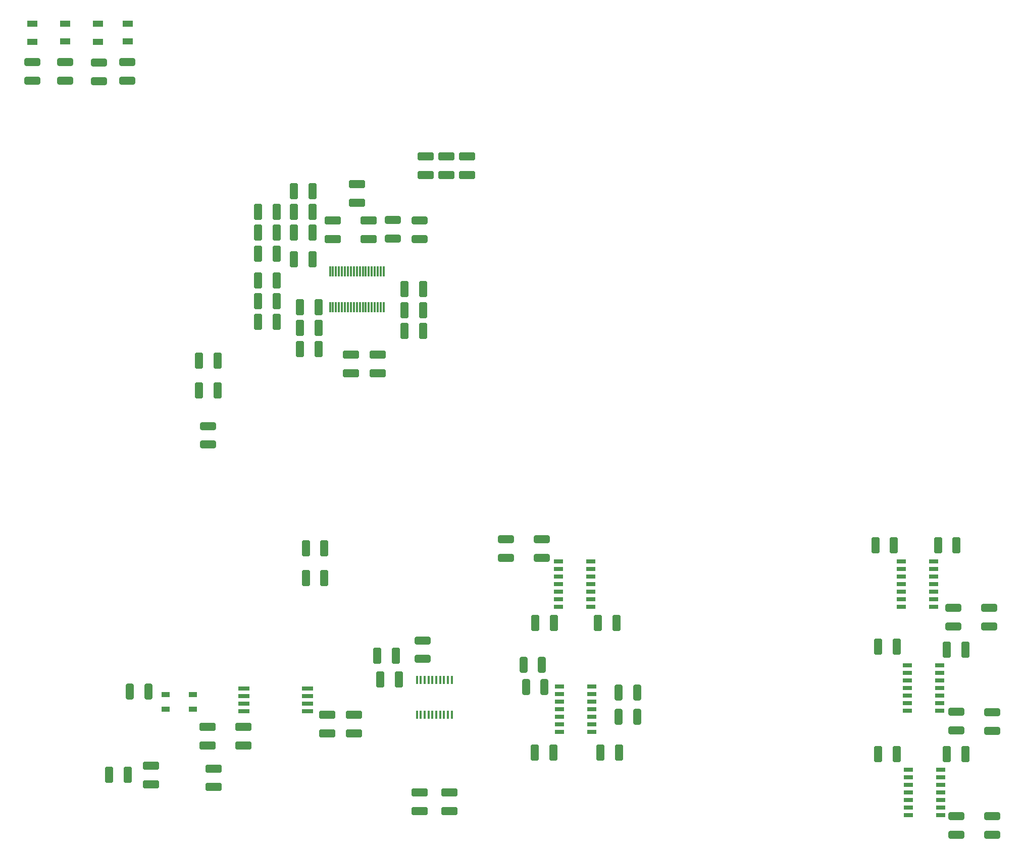
<source format=gbr>
%TF.GenerationSoftware,KiCad,Pcbnew,9.0.0*%
%TF.CreationDate,2025-04-28T14:03:09-07:00*%
%TF.ProjectId,ControlBoard,436f6e74-726f-46c4-926f-6172642e6b69,rev?*%
%TF.SameCoordinates,Original*%
%TF.FileFunction,Paste,Top*%
%TF.FilePolarity,Positive*%
%FSLAX46Y46*%
G04 Gerber Fmt 4.6, Leading zero omitted, Abs format (unit mm)*
G04 Created by KiCad (PCBNEW 9.0.0) date 2025-04-28 14:03:09*
%MOMM*%
%LPD*%
G01*
G04 APERTURE LIST*
G04 Aperture macros list*
%AMRoundRect*
0 Rectangle with rounded corners*
0 $1 Rounding radius*
0 $2 $3 $4 $5 $6 $7 $8 $9 X,Y pos of 4 corners*
0 Add a 4 corners polygon primitive as box body*
4,1,4,$2,$3,$4,$5,$6,$7,$8,$9,$2,$3,0*
0 Add four circle primitives for the rounded corners*
1,1,$1+$1,$2,$3*
1,1,$1+$1,$4,$5*
1,1,$1+$1,$6,$7*
1,1,$1+$1,$8,$9*
0 Add four rect primitives between the rounded corners*
20,1,$1+$1,$2,$3,$4,$5,0*
20,1,$1+$1,$4,$5,$6,$7,0*
20,1,$1+$1,$6,$7,$8,$9,0*
20,1,$1+$1,$8,$9,$2,$3,0*%
G04 Aperture macros list end*
%ADD10RoundRect,0.250000X0.412500X1.100000X-0.412500X1.100000X-0.412500X-1.100000X0.412500X-1.100000X0*%
%ADD11RoundRect,0.250000X-1.075000X0.400000X-1.075000X-0.400000X1.075000X-0.400000X1.075000X0.400000X0*%
%ADD12RoundRect,0.250000X-0.412500X-1.100000X0.412500X-1.100000X0.412500X1.100000X-0.412500X1.100000X0*%
%ADD13RoundRect,0.250000X1.075000X-0.400000X1.075000X0.400000X-1.075000X0.400000X-1.075000X-0.400000X0*%
%ADD14R,1.350000X0.900000*%
%ADD15RoundRect,0.250000X1.100000X-0.412500X1.100000X0.412500X-1.100000X0.412500X-1.100000X-0.412500X0*%
%ADD16R,1.750000X1.000000*%
%ADD17RoundRect,0.250000X-1.100000X0.412500X-1.100000X-0.412500X1.100000X-0.412500X1.100000X0.412500X0*%
%ADD18RoundRect,0.250000X0.400000X1.075000X-0.400000X1.075000X-0.400000X-1.075000X0.400000X-1.075000X0*%
%ADD19R,1.525000X0.650000*%
%ADD20RoundRect,0.250000X-0.400000X-1.075000X0.400000X-1.075000X0.400000X1.075000X-0.400000X1.075000X0*%
%ADD21R,1.850000X0.650000*%
%ADD22R,0.300000X1.675000*%
%ADD23R,0.450000X1.475000*%
G04 APERTURE END LIST*
D10*
%TO.C,C103*%
X93562500Y-85000000D03*
X90437500Y-85000000D03*
%TD*%
D11*
%TO.C,R69*%
X200000000Y-128500000D03*
X200000000Y-131600000D03*
%TD*%
D10*
%TO.C,C73*%
X190562500Y-135000000D03*
X187437500Y-135000000D03*
%TD*%
%TO.C,C85*%
X94562500Y-123500000D03*
X91437500Y-123500000D03*
%TD*%
D12*
%TO.C,C72*%
X198937500Y-153000000D03*
X202062500Y-153000000D03*
%TD*%
D13*
%TO.C,R59*%
X111000000Y-137050000D03*
X111000000Y-133950000D03*
%TD*%
D12*
%TO.C,C77*%
X140437500Y-131000000D03*
X143562500Y-131000000D03*
%TD*%
%TO.C,C107*%
X89437500Y-62000000D03*
X92562500Y-62000000D03*
%TD*%
%TO.C,C117*%
X108000000Y-75000000D03*
X111125000Y-75000000D03*
%TD*%
D10*
%TO.C,C89*%
X107062500Y-140500000D03*
X103937500Y-140500000D03*
%TD*%
D14*
%TO.C,FL1*%
X72500000Y-145500000D03*
X72500000Y-143000000D03*
X67950000Y-143000000D03*
X67950000Y-145500000D03*
%TD*%
D15*
%TO.C,C111*%
X118500000Y-55812500D03*
X118500000Y-52687500D03*
%TD*%
D16*
%TO.C,LED1*%
X45580000Y-30450000D03*
X45580000Y-33450000D03*
%TD*%
D15*
%TO.C,C87*%
X103500000Y-89062500D03*
X103500000Y-85937500D03*
%TD*%
D12*
%TO.C,C100*%
X83437500Y-80500000D03*
X86562500Y-80500000D03*
%TD*%
D11*
%TO.C,R77*%
X106000000Y-63400000D03*
X106000000Y-66500000D03*
%TD*%
D17*
%TO.C,C65*%
X95000000Y-146437500D03*
X95000000Y-149562500D03*
%TD*%
D18*
%TO.C,R75*%
X147024000Y-146730000D03*
X143924000Y-146730000D03*
%TD*%
D11*
%TO.C,R1*%
X75050000Y-97950000D03*
X75050000Y-101050000D03*
%TD*%
D12*
%TO.C,C84*%
X89437500Y-70000000D03*
X92562500Y-70000000D03*
%TD*%
D13*
%TO.C,R66*%
X206500000Y-166550000D03*
X206500000Y-163450000D03*
%TD*%
%TO.C,R62*%
X45580000Y-40000000D03*
X45580000Y-36900000D03*
%TD*%
D19*
%TO.C,IC1*%
X192500000Y-155650000D03*
X192500000Y-156920000D03*
X192500000Y-158190000D03*
X192500000Y-159460000D03*
X192500000Y-160730000D03*
X192500000Y-162000000D03*
X192500000Y-163270000D03*
X197924000Y-163270000D03*
X197924000Y-162000000D03*
X197924000Y-160730000D03*
X197924000Y-159460000D03*
X197924000Y-158190000D03*
X197924000Y-156920000D03*
X197924000Y-155650000D03*
%TD*%
D17*
%TO.C,C83*%
X96000000Y-63437500D03*
X96000000Y-66562500D03*
%TD*%
%TO.C,C93*%
X65500000Y-154937500D03*
X65500000Y-158062500D03*
%TD*%
D10*
%TO.C,C69*%
X190562500Y-153000000D03*
X187437500Y-153000000D03*
%TD*%
%TO.C,C98*%
X86562500Y-65500000D03*
X83437500Y-65500000D03*
%TD*%
D11*
%TO.C,R61*%
X200500000Y-163450000D03*
X200500000Y-166550000D03*
%TD*%
D16*
%TO.C,LED2*%
X51080000Y-30400000D03*
X51080000Y-33400000D03*
%TD*%
D10*
%TO.C,C105*%
X93562500Y-78000000D03*
X90437500Y-78000000D03*
%TD*%
D17*
%TO.C,C66*%
X99500000Y-146437500D03*
X99500000Y-149562500D03*
%TD*%
D10*
%TO.C,C86*%
X94562500Y-118500000D03*
X91437500Y-118500000D03*
%TD*%
D17*
%TO.C,C91*%
X75000000Y-148437500D03*
X75000000Y-151562500D03*
%TD*%
D11*
%TO.C,R67*%
X200500000Y-145950000D03*
X200500000Y-149050000D03*
%TD*%
D20*
%TO.C,R74*%
X127950000Y-138000000D03*
X131050000Y-138000000D03*
%TD*%
D12*
%TO.C,C79*%
X140861500Y-152730000D03*
X143986500Y-152730000D03*
%TD*%
D19*
%TO.C,IC5*%
X191288000Y-120690000D03*
X191288000Y-121960000D03*
X191288000Y-123230000D03*
X191288000Y-124500000D03*
X191288000Y-125770000D03*
X191288000Y-127040000D03*
X191288000Y-128310000D03*
X196712000Y-128310000D03*
X196712000Y-127040000D03*
X196712000Y-125770000D03*
X196712000Y-124500000D03*
X196712000Y-123230000D03*
X196712000Y-121960000D03*
X196712000Y-120690000D03*
%TD*%
D21*
%TO.C,IC3*%
X91750000Y-145843000D03*
X91750000Y-144573000D03*
X91750000Y-143303000D03*
X91750000Y-142033000D03*
X81100000Y-142033000D03*
X81100000Y-143303000D03*
X81100000Y-144573000D03*
X81100000Y-145843000D03*
%TD*%
D12*
%TO.C,C108*%
X89437500Y-58500000D03*
X92562500Y-58500000D03*
%TD*%
D15*
%TO.C,C109*%
X111500000Y-55812500D03*
X111500000Y-52687500D03*
%TD*%
D17*
%TO.C,C68*%
X110500000Y-159437500D03*
X110500000Y-162562500D03*
%TD*%
D10*
%TO.C,C97*%
X86562500Y-62000000D03*
X83437500Y-62000000D03*
%TD*%
D13*
%TO.C,R68*%
X206500000Y-149100000D03*
X206500000Y-146000000D03*
%TD*%
D19*
%TO.C,IC8*%
X139424000Y-149270000D03*
X139424000Y-148000000D03*
X139424000Y-146730000D03*
X139424000Y-145460000D03*
X139424000Y-144190000D03*
X139424000Y-142920000D03*
X139424000Y-141650000D03*
X134000000Y-141650000D03*
X134000000Y-142920000D03*
X134000000Y-144190000D03*
X134000000Y-145460000D03*
X134000000Y-146730000D03*
X134000000Y-148000000D03*
X134000000Y-149270000D03*
%TD*%
D12*
%TO.C,C102*%
X83437500Y-73500000D03*
X86562500Y-73500000D03*
%TD*%
D13*
%TO.C,R70*%
X206000000Y-131600000D03*
X206000000Y-128500000D03*
%TD*%
D17*
%TO.C,C82*%
X100000000Y-57375000D03*
X100000000Y-60500000D03*
%TD*%
D11*
%TO.C,R78*%
X110500000Y-63450000D03*
X110500000Y-66550000D03*
%TD*%
D10*
%TO.C,C99*%
X86562500Y-69000000D03*
X83437500Y-69000000D03*
%TD*%
D18*
%TO.C,R73*%
X131474000Y-141730000D03*
X128374000Y-141730000D03*
%TD*%
D10*
%TO.C,C104*%
X93562500Y-81500000D03*
X90437500Y-81500000D03*
%TD*%
D15*
%TO.C,C110*%
X115000000Y-55812500D03*
X115000000Y-52687500D03*
%TD*%
D10*
%TO.C,C80*%
X132986500Y-152730000D03*
X129861500Y-152730000D03*
%TD*%
D12*
%TO.C,C115*%
X108000000Y-82000000D03*
X111125000Y-82000000D03*
%TD*%
D20*
%TO.C,R76*%
X143924000Y-142730000D03*
X147024000Y-142730000D03*
%TD*%
D12*
%TO.C,C106*%
X89437500Y-65500000D03*
X92562500Y-65500000D03*
%TD*%
%TO.C,C71*%
X73500000Y-92000000D03*
X76625000Y-92000000D03*
%TD*%
D16*
%TO.C,LED3*%
X56580000Y-30450000D03*
X56580000Y-33450000D03*
%TD*%
D15*
%TO.C,C88*%
X99000000Y-89062500D03*
X99000000Y-85937500D03*
%TD*%
D17*
%TO.C,C67*%
X115500000Y-159437500D03*
X115500000Y-162562500D03*
%TD*%
D12*
%TO.C,C90*%
X103437500Y-136500000D03*
X106562500Y-136500000D03*
%TD*%
%TO.C,C74*%
X198937500Y-135500000D03*
X202062500Y-135500000D03*
%TD*%
D22*
%TO.C,IC2*%
X104500000Y-71962000D03*
X104000000Y-71962000D03*
X103500000Y-71962000D03*
X103000000Y-71962000D03*
X102500000Y-71962000D03*
X102000000Y-71962000D03*
X101500000Y-71962000D03*
X101000000Y-71962000D03*
X100500000Y-71962000D03*
X100000000Y-71962000D03*
X99500000Y-71962000D03*
X99000000Y-71962000D03*
X98500000Y-71962000D03*
X98000000Y-71962000D03*
X97500000Y-71962000D03*
X97000000Y-71962000D03*
X96500000Y-71962000D03*
X96000000Y-71962000D03*
X95500000Y-71962000D03*
X95500000Y-78038000D03*
X96000000Y-78038000D03*
X96500000Y-78038000D03*
X97000000Y-78038000D03*
X97500000Y-78038000D03*
X98000000Y-78038000D03*
X98500000Y-78038000D03*
X99000000Y-78038000D03*
X99500000Y-78038000D03*
X100000000Y-78038000D03*
X100500000Y-78038000D03*
X101000000Y-78038000D03*
X101500000Y-78038000D03*
X102000000Y-78038000D03*
X102500000Y-78038000D03*
X103000000Y-78038000D03*
X103500000Y-78038000D03*
X104000000Y-78038000D03*
X104500000Y-78038000D03*
%TD*%
D13*
%TO.C,R63*%
X51080000Y-40000000D03*
X51080000Y-36900000D03*
%TD*%
D12*
%TO.C,C70*%
X73500000Y-87000000D03*
X76625000Y-87000000D03*
%TD*%
D16*
%TO.C,LED4*%
X61580000Y-30400000D03*
X61580000Y-33400000D03*
%TD*%
D19*
%TO.C,IC4*%
X192288000Y-138150000D03*
X192288000Y-139420000D03*
X192288000Y-140690000D03*
X192288000Y-141960000D03*
X192288000Y-143230000D03*
X192288000Y-144500000D03*
X192288000Y-145770000D03*
X197712000Y-145770000D03*
X197712000Y-144500000D03*
X197712000Y-143230000D03*
X197712000Y-141960000D03*
X197712000Y-140690000D03*
X197712000Y-139420000D03*
X197712000Y-138150000D03*
%TD*%
D12*
%TO.C,C101*%
X83437500Y-77000000D03*
X86562500Y-77000000D03*
%TD*%
D13*
%TO.C,R64*%
X56790000Y-40050000D03*
X56790000Y-36950000D03*
%TD*%
%TO.C,R71*%
X131000000Y-120050000D03*
X131000000Y-116950000D03*
%TD*%
D15*
%TO.C,C94*%
X76000000Y-158562500D03*
X76000000Y-155437500D03*
%TD*%
D11*
%TO.C,R72*%
X125000000Y-116950000D03*
X125000000Y-120050000D03*
%TD*%
D12*
%TO.C,C76*%
X197437500Y-118000000D03*
X200562500Y-118000000D03*
%TD*%
%TO.C,C116*%
X108000000Y-78500000D03*
X111125000Y-78500000D03*
%TD*%
D13*
%TO.C,R65*%
X61500000Y-40000000D03*
X61500000Y-36900000D03*
%TD*%
D20*
%TO.C,R60*%
X61950000Y-142500000D03*
X65050000Y-142500000D03*
%TD*%
D10*
%TO.C,C78*%
X133062500Y-131000000D03*
X129937500Y-131000000D03*
%TD*%
D15*
%TO.C,C81*%
X102000000Y-66562500D03*
X102000000Y-63437500D03*
%TD*%
D10*
%TO.C,C75*%
X190062500Y-118000000D03*
X186937500Y-118000000D03*
%TD*%
D15*
%TO.C,C92*%
X81000000Y-151562500D03*
X81000000Y-148437500D03*
%TD*%
D23*
%TO.C,IC6*%
X110075000Y-146438000D03*
X110725000Y-146438000D03*
X111375000Y-146438000D03*
X112025000Y-146438000D03*
X112675000Y-146438000D03*
X113325000Y-146438000D03*
X113975000Y-146438000D03*
X114625000Y-146438000D03*
X115275000Y-146438000D03*
X115925000Y-146438000D03*
X115925000Y-140562000D03*
X115275000Y-140562000D03*
X114625000Y-140562000D03*
X113975000Y-140562000D03*
X113325000Y-140562000D03*
X112675000Y-140562000D03*
X112025000Y-140562000D03*
X111375000Y-140562000D03*
X110725000Y-140562000D03*
X110075000Y-140562000D03*
%TD*%
D19*
%TO.C,IC7*%
X139212000Y-128310000D03*
X139212000Y-127040000D03*
X139212000Y-125770000D03*
X139212000Y-124500000D03*
X139212000Y-123230000D03*
X139212000Y-121960000D03*
X139212000Y-120690000D03*
X133788000Y-120690000D03*
X133788000Y-121960000D03*
X133788000Y-123230000D03*
X133788000Y-124500000D03*
X133788000Y-125770000D03*
X133788000Y-127040000D03*
X133788000Y-128310000D03*
%TD*%
D10*
%TO.C,C95*%
X61562500Y-156500000D03*
X58437500Y-156500000D03*
%TD*%
M02*

</source>
